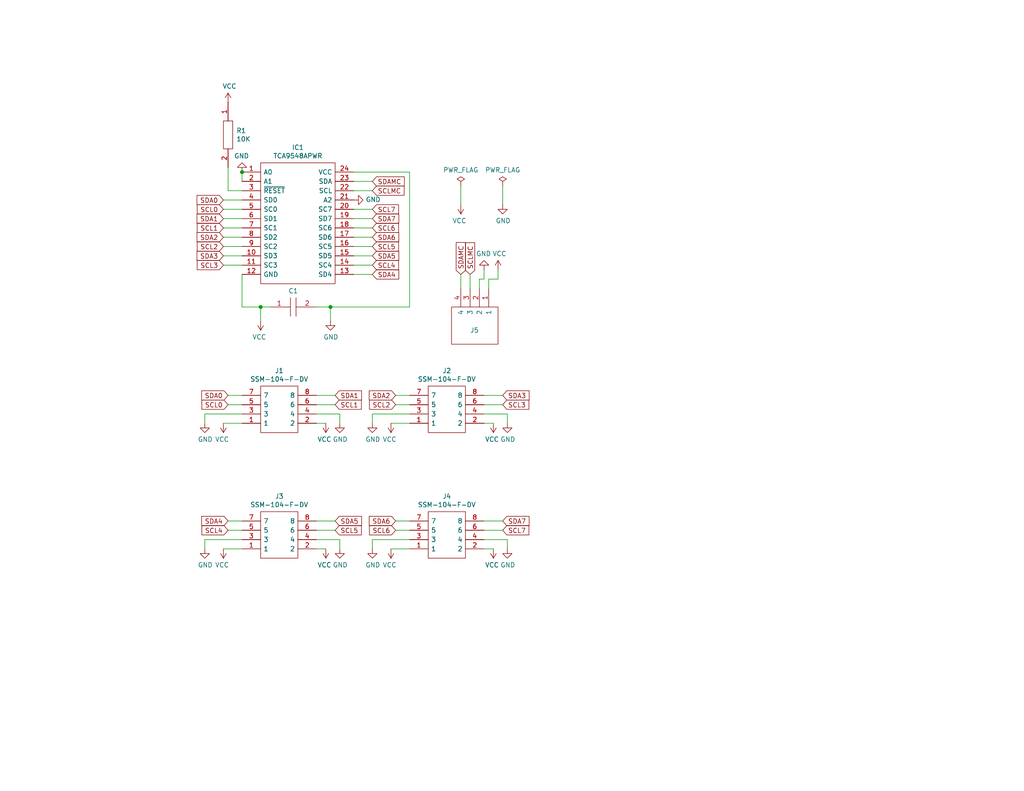
<source format=kicad_sch>
(kicad_sch (version 20211123) (generator eeschema)
  (paper "A")
  (title_block (title "SpecPeripheral I2C Bus Board") (date "2020-09-20") (rev "A") (company "Binomica Labs"))
  (lib_symbols
    (symbol "SamacSys_Parts:GRM31CR70J106KA01L" (pin_names (offset 0.762))
      (property "Reference" "C" (at 8.89 6.35 0))
      (property "Value" "SamacSys_Parts_GRM31CR70J106KA01L" (at 8.89 3.81 0))
      (symbol "GRM31CR70J106KA01L_0_0"
        (pin passive line (at 0 0 0) (length 5.08) (name "~") (number "1"))
        (pin passive line (at 12.7 0 180) (length 5.08) (name "~") (number "2"))
      )
      (symbol "GRM31CR70J106KA01L_0_1"
        (polyline (pts (xy 5.08 0) (xy 5.588 0)) (stroke (width 0.1524)))
        (polyline (pts (xy 5.588 2.54) (xy 5.588 -2.54)) (stroke (width 0.1524)))
        (polyline (pts (xy 7.112 0) (xy 7.62 0)) (stroke (width 0.1524)))
        (polyline (pts (xy 7.112 2.54) (xy 7.112 -2.54)) (stroke (width 0.1524)))
      )
    )
    (symbol "SamacSys_Parts:M20-7910442R" (pin_names (offset 0.762))
      (property "Reference" "J" (at 16.51 7.62 0))
      (property "Value" "SamacSys_Parts_M20-7910442R" (at 16.51 5.08 0))
      (symbol "M20-7910442R_0_0"
        (pin passive line (at 0 0 0) (length 5.08) (name "1") (number "1"))
        (pin passive line (at 0 -2.54 0) (length 5.08) (name "2") (number "2"))
        (pin passive line (at 0 -5.08 0) (length 5.08) (name "3") (number "3"))
        (pin passive line (at 0 -7.62 0) (length 5.08) (name "4") (number "4"))
      )
      (symbol "M20-7910442R_0_1"
        (polyline (pts (xy 5.08 2.54) (xy 15.24 2.54) (xy 15.24 -10.16) (xy 5.08 -10.16) (xy 5.08 2.54)) (stroke (width 0.1524)))
      )
    )
    (symbol "SamacSys_Parts:RC1206FR-0710KL" (pin_names (offset 0.762))
      (property "Reference" "R" (at 13.97 6.35 0))
      (property "Value" "SamacSys_Parts_RC1206FR-0710KL" (at 13.97 3.81 0))
      (symbol "RC1206FR-0710KL_0_0"
        (pin passive line (at 0 0 0) (length 5.08) (name "~") (number "1"))
        (pin passive line (at 17.78 0 180) (length 5.08) (name "~") (number "2"))
      )
      (symbol "RC1206FR-0710KL_0_1"
        (polyline (pts (xy 5.08 1.27) (xy 12.7 1.27) (xy 12.7 -1.27) (xy 5.08 -1.27) (xy 5.08 1.27)) (stroke (width 0.1524)))
      )
    )
    (symbol "SamacSys_Parts:SSM-104-F-DV" (pin_names (offset 0.762))
      (property "Reference" "J" (at 16.51 7.62 0))
      (property "Value" "SSM-104-F-DV" (at 16.51 5.08 0))
      (symbol "SSM-104-F-DV_0_0"
        (pin passive line (at 0 -7.62 0) (length 5.08) (name "1") (number "1"))
        (pin passive line (at 20.32 -7.62 180) (length 5.08) (name "2") (number "2"))
        (pin passive line (at 0 -5.08 0) (length 5.08) (name "3") (number "3"))
        (pin passive line (at 20.32 -5.08 180) (length 5.08) (name "4") (number "4"))
        (pin passive line (at 0 -2.54 0) (length 5.08) (name "5") (number "5"))
        (pin passive line (at 20.32 -2.54 180) (length 5.08) (name "6") (number "6"))
        (pin passive line (at 0 0 0) (length 5.08) (name "7") (number "7"))
        (pin passive line (at 20.32 0 180) (length 5.08) (name "8") (number "8"))
      )
      (symbol "SSM-104-F-DV_0_1"
        (polyline (pts (xy 5.08 2.54) (xy 15.24 2.54) (xy 15.24 -10.16) (xy 5.08 -10.16) (xy 5.08 2.54)) (stroke (width 0.1524)))
      )
    )
    (symbol "SamacSys_Parts:TCA9548APWR" (pin_names (offset 0.762))
      (property "Reference" "IC" (at 26.67 7.62 0))
      (property "Value" "SamacSys_Parts_TCA9548APWR" (at 26.67 5.08 0))
      (symbol "TCA9548APWR_0_0"
        (pin passive line (at 0 0 0) (length 5.08) (name "A0") (number "1"))
        (pin passive line (at 0 -22.86 0) (length 5.08) (name "SD3") (number "10"))
        (pin passive line (at 0 -25.4 0) (length 5.08) (name "SC3") (number "11"))
        (pin passive line (at 0 -27.94 0) (length 5.08) (name "GND") (number "12"))
        (pin passive line (at 30.48 -27.94 180) (length 5.08) (name "SD4") (number "13"))
        (pin passive line (at 30.48 -25.4 180) (length 5.08) (name "SC4") (number "14"))
        (pin passive line (at 30.48 -22.86 180) (length 5.08) (name "SD5") (number "15"))
        (pin passive line (at 30.48 -20.32 180) (length 5.08) (name "SC5") (number "16"))
        (pin passive line (at 30.48 -17.78 180) (length 5.08) (name "SD6") (number "17"))
        (pin passive line (at 30.48 -15.24 180) (length 5.08) (name "SC6") (number "18"))
        (pin passive line (at 30.48 -12.7 180) (length 5.08) (name "SD7") (number "19"))
        (pin passive line (at 0 -2.54 0) (length 5.08) (name "A1") (number "2"))
        (pin passive line (at 30.48 -10.16 180) (length 5.08) (name "SC7") (number "20"))
        (pin passive line (at 30.48 -7.62 180) (length 5.08) (name "A2") (number "21"))
        (pin passive line (at 30.48 -5.08 180) (length 5.08) (name "SCL") (number "22"))
        (pin passive line (at 30.48 -2.54 180) (length 5.08) (name "SDA") (number "23"))
        (pin passive line (at 30.48 0 180) (length 5.08) (name "VCC") (number "24"))
        (pin passive line (at 0 -5.08 0) (length 5.08) (name "~{RESET}") (number "3"))
        (pin passive line (at 0 -7.62 0) (length 5.08) (name "SD0") (number "4"))
        (pin passive line (at 0 -10.16 0) (length 5.08) (name "SC0") (number "5"))
        (pin passive line (at 0 -12.7 0) (length 5.08) (name "SD1") (number "6"))
        (pin passive line (at 0 -15.24 0) (length 5.08) (name "SC1") (number "7"))
        (pin passive line (at 0 -17.78 0) (length 5.08) (name "SD2") (number "8"))
        (pin passive line (at 0 -20.32 0) (length 5.08) (name "SC2") (number "9"))
      )
      (symbol "TCA9548APWR_0_1"
        (polyline (pts (xy 5.08 2.54) (xy 25.4 2.54) (xy 25.4 -30.48) (xy 5.08 -30.48) (xy 5.08 2.54)) (stroke (width 0.1524)))
      )
    )
    (symbol "power:GND" (power) (pin_names (offset 0))
      (property "Value" "GND" (at 0 -3.81 0))
      (symbol "GND_0_1"
        (polyline (pts (xy 0 0) (xy 0 -1.27) (xy 1.27 -1.27) (xy 0 -2.54) (xy -1.27 -1.27) (xy 0 -1.27)))
      )
      (symbol "GND_1_1"
        (pin power_in line (at 0 0 270) (length 0) hide (name "GND") (number "1"))
      )
    )
    (symbol "power:PWR_FLAG" (power) (pin_numbers hide) (pin_names (offset 0) hide)
      (property "Value" "PWR_FLAG" (at 0 3.81 0))
      (symbol "PWR_FLAG_0_0"
        (pin power_out line (at 0 0 90) (length 0) (name "pwr") (number "1"))
      )
      (symbol "PWR_FLAG_0_1"
        (polyline (pts (xy 0 0) (xy 0 1.27) (xy -1.016 1.905) (xy 0 2.54) (xy 1.016 1.905) (xy 0 1.27)))
      )
    )
    (symbol "power:VCC" (power) (pin_names (offset 0))
      (property "Value" "VCC" (at 0 3.81 0))
      (symbol "VCC_0_1"
        (polyline (pts (xy -0.762 1.27) (xy 0 2.54)))
        (polyline (pts (xy 0 0) (xy 0 2.54)))
        (polyline (pts (xy 0 2.54) (xy 0.762 1.27)))
      )
      (symbol "VCC_1_1"
        (pin power_in line (at 0 0 90) (length 0) hide (name "VCC") (number "1"))
      )
    )
  )
  (junction (at 71.12 83.82))
  (junction (at 66.04 46.99))
  (junction (at 90.17 83.82))
  (wire (pts (xy 101.6 64.77) (xy 96.52 64.77)))
  (wire (pts (xy 101.6 113.03) (xy 111.76 113.03)))
  (wire (pts (xy 101.6 72.39) (xy 96.52 72.39)))
  (wire (pts (xy 137.16 142.24) (xy 132.08 142.24)))
  (wire (pts (xy 137.16 107.95) (xy 132.08 107.95)))
  (wire (pts (xy 125.73 50.8) (xy 125.73 55.88)))
  (wire (pts (xy 60.96 59.69) (xy 66.04 59.69)))
  (wire (pts (xy 91.44 144.78) (xy 86.36 144.78)))
  (wire (pts (xy 130.81 78.74) (xy 130.81 76.2)))
  (wire (pts (xy 128.27 74.93) (xy 128.27 78.74)))
  (wire (pts (xy 66.04 149.86) (xy 60.96 149.86)))
  (wire (pts (xy 91.44 110.49) (xy 86.36 110.49)))
  (wire (pts (xy 111.76 83.82) (xy 90.17 83.82)))
  (wire (pts (xy 125.73 74.93) (xy 125.73 78.74)))
  (wire (pts (xy 71.12 83.82) (xy 73.66 83.82)))
  (wire (pts (xy 134.62 149.86) (xy 132.08 149.86)))
  (wire (pts (xy 60.96 69.85) (xy 66.04 69.85)))
  (wire (pts (xy 111.76 149.86) (xy 106.68 149.86)))
  (wire (pts (xy 101.6 149.86) (xy 101.6 147.32)))
  (wire (pts (xy 66.04 49.53) (xy 66.04 46.99)))
  (wire (pts (xy 55.88 113.03) (xy 66.04 113.03)))
  (wire (pts (xy 137.16 50.8) (xy 137.16 55.88)))
  (wire (pts (xy 62.23 52.07) (xy 62.23 45.72)))
  (wire (pts (xy 111.76 144.78) (xy 107.95 144.78)))
  (wire (pts (xy 101.6 67.31) (xy 96.52 67.31)))
  (wire (pts (xy 132.08 147.32) (xy 138.43 147.32)))
  (wire (pts (xy 55.88 115.57) (xy 55.88 113.03)))
  (wire (pts (xy 111.76 46.99) (xy 111.76 83.82)))
  (wire (pts (xy 111.76 142.24) (xy 107.95 142.24)))
  (wire (pts (xy 66.04 142.24) (xy 62.23 142.24)))
  (wire (pts (xy 66.04 107.95) (xy 62.23 107.95)))
  (wire (pts (xy 96.52 49.53) (xy 101.6 49.53)))
  (wire (pts (xy 66.04 54.61) (xy 60.96 54.61)))
  (wire (pts (xy 135.89 76.2) (xy 133.35 76.2)))
  (wire (pts (xy 101.6 59.69) (xy 96.52 59.69)))
  (wire (pts (xy 66.04 144.78) (xy 62.23 144.78)))
  (wire (pts (xy 132.08 113.03) (xy 138.43 113.03)))
  (wire (pts (xy 137.16 110.49) (xy 132.08 110.49)))
  (wire (pts (xy 96.52 57.15) (xy 101.6 57.15)))
  (wire (pts (xy 86.36 147.32) (xy 92.71 147.32)))
  (wire (pts (xy 55.88 147.32) (xy 66.04 147.32)))
  (wire (pts (xy 60.96 62.23) (xy 66.04 62.23)))
  (wire (pts (xy 62.23 52.07) (xy 66.04 52.07)))
  (wire (pts (xy 137.16 144.78) (xy 132.08 144.78)))
  (wire (pts (xy 130.81 76.2) (xy 132.08 76.2)))
  (wire (pts (xy 86.36 113.03) (xy 92.71 113.03)))
  (wire (pts (xy 88.9 149.86) (xy 86.36 149.86)))
  (wire (pts (xy 111.76 110.49) (xy 107.95 110.49)))
  (wire (pts (xy 60.96 72.39) (xy 66.04 72.39)))
  (wire (pts (xy 138.43 147.32) (xy 138.43 149.86)))
  (wire (pts (xy 138.43 113.03) (xy 138.43 115.57)))
  (wire (pts (xy 96.52 46.99) (xy 111.76 46.99)))
  (wire (pts (xy 96.52 69.85) (xy 101.6 69.85)))
  (wire (pts (xy 60.96 57.15) (xy 66.04 57.15)))
  (wire (pts (xy 60.96 64.77) (xy 66.04 64.77)))
  (wire (pts (xy 92.71 147.32) (xy 92.71 149.86)))
  (wire (pts (xy 90.17 83.82) (xy 86.36 83.82)))
  (wire (pts (xy 96.52 52.07) (xy 101.6 52.07)))
  (wire (pts (xy 88.9 115.57) (xy 86.36 115.57)))
  (wire (pts (xy 66.04 110.49) (xy 62.23 110.49)))
  (wire (pts (xy 71.12 83.82) (xy 71.12 87.63)))
  (wire (pts (xy 101.6 62.23) (xy 96.52 62.23)))
  (wire (pts (xy 101.6 115.57) (xy 101.6 113.03)))
  (wire (pts (xy 111.76 107.95) (xy 107.95 107.95)))
  (wire (pts (xy 111.76 115.57) (xy 106.68 115.57)))
  (wire (pts (xy 101.6 147.32) (xy 111.76 147.32)))
  (wire (pts (xy 66.04 115.57) (xy 60.96 115.57)))
  (wire (pts (xy 55.88 149.86) (xy 55.88 147.32)))
  (wire (pts (xy 101.6 74.93) (xy 96.52 74.93)))
  (wire (pts (xy 90.17 83.82) (xy 90.17 87.63)))
  (wire (pts (xy 92.71 113.03) (xy 92.71 115.57)))
  (wire (pts (xy 66.04 74.93) (xy 66.04 83.82)))
  (wire (pts (xy 132.08 76.2) (xy 132.08 73.66)))
  (wire (pts (xy 135.89 73.66) (xy 135.89 76.2)))
  (wire (pts (xy 133.35 76.2) (xy 133.35 78.74)))
  (wire (pts (xy 134.62 115.57) (xy 132.08 115.57)))
  (wire (pts (xy 91.44 107.95) (xy 86.36 107.95)))
  (wire (pts (xy 60.96 67.31) (xy 66.04 67.31)))
  (wire (pts (xy 91.44 142.24) (xy 86.36 142.24)))
  (wire (pts (xy 66.04 83.82) (xy 71.12 83.82)))
  (global_label "SDA0" (shape input) (at 60.96 54.61 180) (property "Intersheet References" "${INTERSHEET_REFS}" (effects hide)))
  (global_label "SCL5" (shape input) (at 101.6 67.31 0) (property "Intersheet References" "${INTERSHEET_REFS}" (effects hide)))
  (global_label "SCL0" (shape input) (at 60.96 57.15 180) (property "Intersheet References" "${INTERSHEET_REFS}" (effects hide)))
  (global_label "SCL0" (shape input) (at 62.23 110.49 180) (property "Intersheet References" "${INTERSHEET_REFS}" (effects hide)))
  (global_label "SDA7" (shape input) (at 137.16 142.24 0) (property "Intersheet References" "${INTERSHEET_REFS}" (effects hide)))
  (global_label "SDA4" (shape input) (at 101.6 74.93 0) (property "Intersheet References" "${INTERSHEET_REFS}" (effects hide)))
  (global_label "SCL5" (shape input) (at 91.44 144.78 0) (property "Intersheet References" "${INTERSHEET_REFS}" (effects hide)))
  (global_label "SDA6" (shape input) (at 107.95 142.24 180) (property "Intersheet References" "${INTERSHEET_REFS}" (effects hide)))
  (global_label "SDA4" (shape input) (at 62.23 142.24 180) (property "Intersheet References" "${INTERSHEET_REFS}" (effects hide)))
  (global_label "SDAMC" (shape input) (at 125.73 74.93 90) (property "Intersheet References" "${INTERSHEET_REFS}" (effects hide)))
  (global_label "SDA3" (shape input) (at 60.96 69.85 180) (property "Intersheet References" "${INTERSHEET_REFS}" (effects hide)))
  (global_label "SCLMC" (shape input) (at 101.6 52.07 0) (property "Intersheet References" "${INTERSHEET_REFS}" (effects hide)))
  (global_label "SDA1" (shape input) (at 91.44 107.95 0) (property "Intersheet References" "${INTERSHEET_REFS}" (effects hide)))
  (global_label "SDA3" (shape input) (at 137.16 107.95 0) (property "Intersheet References" "${INTERSHEET_REFS}" (effects hide)))
  (global_label "SCL2" (shape input) (at 60.96 67.31 180) (property "Intersheet References" "${INTERSHEET_REFS}" (effects hide)))
  (global_label "SCLMC" (shape input) (at 128.27 74.93 90) (property "Intersheet References" "${INTERSHEET_REFS}" (effects hide)))
  (global_label "SDA7" (shape input) (at 101.6 59.69 0) (property "Intersheet References" "${INTERSHEET_REFS}" (effects hide)))
  (global_label "SCL6" (shape input) (at 101.6 62.23 0) (property "Intersheet References" "${INTERSHEET_REFS}" (effects hide)))
  (global_label "SDA6" (shape input) (at 101.6 64.77 0) (property "Intersheet References" "${INTERSHEET_REFS}" (effects hide)))
  (global_label "SCL1" (shape input) (at 91.44 110.49 0) (property "Intersheet References" "${INTERSHEET_REFS}" (effects hide)))
  (global_label "SCL2" (shape input) (at 107.95 110.49 180) (property "Intersheet References" "${INTERSHEET_REFS}" (effects hide)))
  (global_label "SCL4" (shape input) (at 62.23 144.78 180) (property "Intersheet References" "${INTERSHEET_REFS}" (effects hide)))
  (global_label "SCL7" (shape input) (at 137.16 144.78 0) (property "Intersheet References" "${INTERSHEET_REFS}" (effects hide)))
  (global_label "SCL7" (shape input) (at 101.6 57.15 0) (property "Intersheet References" "${INTERSHEET_REFS}" (effects hide)))
  (global_label "SDAMC" (shape input) (at 101.6 49.53 0) (property "Intersheet References" "${INTERSHEET_REFS}" (effects hide)))
  (global_label "SDA1" (shape input) (at 60.96 59.69 180) (property "Intersheet References" "${INTERSHEET_REFS}" (effects hide)))
  (global_label "SDA0" (shape input) (at 62.23 107.95 180) (property "Intersheet References" "${INTERSHEET_REFS}" (effects hide)))
  (global_label "SCL3" (shape input) (at 60.96 72.39 180) (property "Intersheet References" "${INTERSHEET_REFS}" (effects hide)))
  (global_label "SCL4" (shape input) (at 101.6 72.39 0) (property "Intersheet References" "${INTERSHEET_REFS}" (effects hide)))
  (global_label "SCL3" (shape input) (at 137.16 110.49 0) (property "Intersheet References" "${INTERSHEET_REFS}" (effects hide)))
  (global_label "SDA2" (shape input) (at 107.95 107.95 180) (property "Intersheet References" "${INTERSHEET_REFS}" (effects hide)))
  (global_label "SDA2" (shape input) (at 60.96 64.77 180) (property "Intersheet References" "${INTERSHEET_REFS}" (effects hide)))
  (global_label "SDA5" (shape input) (at 91.44 142.24 0) (property "Intersheet References" "${INTERSHEET_REFS}" (effects hide)))
  (global_label "SDA5" (shape input) (at 101.6 69.85 0) (property "Intersheet References" "${INTERSHEET_REFS}" (effects hide)))
  (global_label "SCL6" (shape input) (at 107.95 144.78 180) (property "Intersheet References" "${INTERSHEET_REFS}" (effects hide)))
  (global_label "SCL1" (shape input) (at 60.96 62.23 180) (property "Intersheet References" "${INTERSHEET_REFS}" (effects hide)))
  (symbol (lib_id "power:GND") (at 137.16 55.88 0) (unit 1)
    (property "Reference" "#PWR0102" (effects hide))
    (property "Value" "GND" (at 137.287 60.2742 0))
  )
  (symbol (lib_id "power:PWR_FLAG") (at 137.16 50.8 0) (unit 1)
    (property "Reference" "#FLG0101" (effects hide))
    (property "Value" "PWR_FLAG" (at 137.16 46.4058 0))
  )
  (symbol (lib_id "power:PWR_FLAG") (at 125.73 50.8 0) (unit 1)
    (property "Reference" "#FLG0102" (effects hide))
    (property "Value" "PWR_FLAG" (at 125.73 46.4058 0))
  )
  (symbol (lib_id "power:GND") (at 55.88 115.57 0) (unit 1)
    (property "Reference" "#PWR0108" (effects hide))
    (property "Value" "GND" (at 56.007 119.9642 0))
  )
  (symbol (lib_id "SamacSys_Parts:SSM-104-F-DV") (at 66.04 107.95 0) (unit 1)
    (property "Reference" "J1" (at 76.2 101.219 0))
    (property "Value" "SSM-104-F-DV" (at 76.2 103.5304 0))
    (property "Footprint" "SSM-104-XXX-DV" (effects hide))
    (property "Datasheet" "http://suddendocs.samtec.com/prints/ssm-1xx-xxx-dv-xx-xx-xxx-xx-mkt.pdf" (effects hide))
    (property "Description" "8 Position, Dual Row, Surface Mount PCB Socket Strip, 0.100&quot; pitch" (effects hide))
    (property "Manufacturer_Name" "SAMTEC" (effects hide))
    (property "Manufacturer_Part_Number" "SSM-104-F-DV" (effects hide))
    (property "Arrow Part Number" "SSM-104-F-DV" (effects hide))
    (property "Mouser Part Number" "200-SSM104FDV" (effects hide))
    (property "Mouser Price/Stock" "https://www.mouser.co.uk/ProductDetail/Samtec/SSM-104-F-DV?qs=rU5fayqh%252BE1VcPc15WZEOQ%3D%3D" (effects hide))
  )
  (symbol (lib_id "SamacSys_Parts:SSM-104-F-DV") (at 66.04 142.24 0) (unit 1)
    (property "Reference" "J3" (at 76.2 135.509 0))
    (property "Value" "SSM-104-F-DV" (at 76.2 137.8204 0))
    (property "Footprint" "SSM-104-XXX-DV" (effects hide))
    (property "Datasheet" "http://suddendocs.samtec.com/prints/ssm-1xx-xxx-dv-xx-xx-xxx-xx-mkt.pdf" (effects hide))
    (property "Description" "8 Position, Dual Row, Surface Mount PCB Socket Strip, 0.100&quot; pitch" (effects hide))
    (property "Manufacturer_Name" "SAMTEC" (effects hide))
    (property "Manufacturer_Part_Number" "SSM-104-F-DV" (effects hide))
    (property "Arrow Part Number" "SSM-104-F-DV" (effects hide))
    (property "Mouser Part Number" "200-SSM104FDV" (effects hide))
    (property "Mouser Price/Stock" "https://www.mouser.co.uk/ProductDetail/Samtec/SSM-104-F-DV?qs=rU5fayqh%252BE1VcPc15WZEOQ%3D%3D" (effects hide))
  )
  (symbol (lib_id "SamacSys_Parts:SSM-104-F-DV") (at 111.76 107.95 0) (unit 1)
    (property "Reference" "J2" (at 121.92 101.219 0))
    (property "Value" "SSM-104-F-DV" (at 121.92 103.5304 0))
    (property "Footprint" "SSM-104-XXX-DV" (effects hide))
    (property "Datasheet" "http://suddendocs.samtec.com/prints/ssm-1xx-xxx-dv-xx-xx-xxx-xx-mkt.pdf" (effects hide))
    (property "Description" "8 Position, Dual Row, Surface Mount PCB Socket Strip, 0.100&quot; pitch" (effects hide))
    (property "Manufacturer_Name" "SAMTEC" (effects hide))
    (property "Manufacturer_Part_Number" "SSM-104-F-DV" (effects hide))
    (property "Arrow Part Number" "SSM-104-F-DV" (effects hide))
    (property "Mouser Part Number" "200-SSM104FDV" (effects hide))
    (property "Mouser Price/Stock" "https://www.mouser.co.uk/ProductDetail/Samtec/SSM-104-F-DV?qs=rU5fayqh%252BE1VcPc15WZEOQ%3D%3D" (effects hide))
  )
  (symbol (lib_id "SamacSys_Parts:SSM-104-F-DV") (at 111.76 142.24 0) (unit 1)
    (property "Reference" "J4" (at 121.92 135.509 0))
    (property "Value" "SSM-104-F-DV" (at 121.92 137.8204 0))
    (property "Footprint" "SSM-104-XXX-DV" (effects hide))
    (property "Datasheet" "http://suddendocs.samtec.com/prints/ssm-1xx-xxx-dv-xx-xx-xxx-xx-mkt.pdf" (effects hide))
    (property "Description" "8 Position, Dual Row, Surface Mount PCB Socket Strip, 0.100&quot; pitch" (effects hide))
    (property "Manufacturer_Name" "SAMTEC" (effects hide))
    (property "Manufacturer_Part_Number" "SSM-104-F-DV" (effects hide))
    (property "Arrow Part Number" "SSM-104-F-DV" (effects hide))
    (property "Mouser Part Number" "200-SSM104FDV" (effects hide))
    (property "Mouser Price/Stock" "https://www.mouser.co.uk/ProductDetail/Samtec/SSM-104-F-DV?qs=rU5fayqh%252BE1VcPc15WZEOQ%3D%3D" (effects hide))
  )
  (symbol (lib_id "SamacSys_Parts:TCA9548APWR") (at 66.04 46.99 0) (unit 1)
    (property "Reference" "IC1" (at 81.28 40.259 0))
    (property "Value" "TCA9548APWR" (at 81.28 42.5704 0))
    (property "Footprint" "BinomicaLabs:TCA9548APWR" (effects hide))
    (property "Datasheet" "http://www.ti.com/lit/ds/symlink/tca9548a.pdf" (effects hide))
    (property "Description" "TEXAS INSTRUMENTS - TCA9548APWR - I2C SWITCH W/ RESET, 8-CH, TSSOP-24" (effects hide))
    (property "Height" "1.2" (effects hide))
    (property "Manufacturer_Name" "Texas Instruments" (effects hide))
    (property "Manufacturer_Part_Number" "TCA9548APWR" (effects hide))
    (property "Arrow Part Number" "TCA9548APWR" (effects hide))
    (property "Arrow Price/Stock" "https://www.arrow.com/en/products/tca9548apwr/texas-instruments" (effects hide))
    (property "Mouser Part Number" "595-TCA9548APWR" (effects hide))
    (property "Mouser Price/Stock" "https://www.mouser.co.uk/ProductDetail/Texas-Instruments/TCA9548APWR?qs=iFaFN7AS2WF%252BqSiJMbdYwQ%3D%3D" (effects hide))
  )
  (symbol (lib_id "power:GND") (at 90.17 87.63 0) (unit 1)
    (property "Reference" "#PWR0105" (effects hide))
    (property "Value" "GND" (at 90.297 92.0242 0))
  )
  (symbol (lib_id "power:VCC") (at 62.23 27.94 0) (unit 1)
    (property "Reference" "#PWR0101" (effects hide))
    (property "Value" "VCC" (at 62.611 23.5458 0))
  )
  (symbol (lib_id "power:VCC") (at 71.12 87.63 180) (unit 1)
    (property "Reference" "#PWR0103" (effects hide))
    (property "Value" "VCC" (at 70.739 92.0242 0))
  )
  (symbol (lib_id "power:VCC") (at 60.96 115.57 180) (unit 1)
    (property "Reference" "#PWR0106" (effects hide))
    (property "Value" "VCC" (at 60.579 119.9642 0))
  )
  (symbol (lib_id "power:VCC") (at 125.73 55.88 180) (unit 1)
    (property "Reference" "#PWR0107" (effects hide))
    (property "Value" "VCC" (at 125.349 60.2742 0))
  )
  (symbol (lib_id "power:VCC") (at 135.89 73.66 0) (unit 1)
    (property "Reference" "#PWR0109" (effects hide))
    (property "Value" "VCC" (at 136.271 69.2658 0))
  )
  (symbol (lib_id "power:GND") (at 132.08 73.66 180) (unit 1)
    (property "Reference" "#PWR0110" (effects hide))
    (property "Value" "GND" (at 131.953 69.2658 0))
  )
  (symbol (lib_id "power:VCC") (at 88.9 115.57 180) (unit 1)
    (property "Reference" "#PWR0111" (effects hide))
    (property "Value" "VCC" (at 88.519 119.9642 0))
  )
  (symbol (lib_id "power:GND") (at 92.71 115.57 0) (unit 1)
    (property "Reference" "#PWR0112" (effects hide))
    (property "Value" "GND" (at 92.837 119.9642 0))
  )
  (symbol (lib_id "power:GND") (at 55.88 149.86 0) (unit 1)
    (property "Reference" "#PWR0104" (effects hide))
    (property "Value" "GND" (at 56.007 154.2542 0))
  )
  (symbol (lib_id "power:VCC") (at 60.96 149.86 180) (unit 1)
    (property "Reference" "#PWR0113" (effects hide))
    (property "Value" "VCC" (at 60.579 154.2542 0))
  )
  (symbol (lib_id "power:GND") (at 101.6 149.86 0) (unit 1)
    (property "Reference" "#PWR0114" (effects hide))
    (property "Value" "GND" (at 101.727 154.2542 0))
  )
  (symbol (lib_id "power:VCC") (at 106.68 149.86 180) (unit 1)
    (property "Reference" "#PWR0115" (effects hide))
    (property "Value" "VCC" (at 106.299 154.2542 0))
  )
  (symbol (lib_id "power:GND") (at 101.6 115.57 0) (unit 1)
    (property "Reference" "#PWR0116" (effects hide))
    (property "Value" "GND" (at 101.727 119.9642 0))
  )
  (symbol (lib_id "power:VCC") (at 106.68 115.57 180) (unit 1)
    (property "Reference" "#PWR0117" (effects hide))
    (property "Value" "VCC" (at 106.299 119.9642 0))
  )
  (symbol (lib_id "power:VCC") (at 134.62 115.57 180) (unit 1)
    (property "Reference" "#PWR0118" (effects hide))
    (property "Value" "VCC" (at 134.239 119.9642 0))
  )
  (symbol (lib_id "power:GND") (at 138.43 115.57 0) (unit 1)
    (property "Reference" "#PWR0119" (effects hide))
    (property "Value" "GND" (at 138.557 119.9642 0))
  )
  (symbol (lib_id "power:VCC") (at 134.62 149.86 180) (unit 1)
    (property "Reference" "#PWR0120" (effects hide))
    (property "Value" "VCC" (at 134.239 154.2542 0))
  )
  (symbol (lib_id "power:GND") (at 138.43 149.86 0) (unit 1)
    (property "Reference" "#PWR0121" (effects hide))
    (property "Value" "GND" (at 138.557 154.2542 0))
  )
  (symbol (lib_id "power:VCC") (at 88.9 149.86 180) (unit 1)
    (property "Reference" "#PWR0122" (effects hide))
    (property "Value" "VCC" (at 88.519 154.2542 0))
  )
  (symbol (lib_id "power:GND") (at 92.71 149.86 0) (unit 1)
    (property "Reference" "#PWR0123" (effects hide))
    (property "Value" "GND" (at 92.837 154.2542 0))
  )
  (symbol (lib_id "SamacSys_Parts:RC1206FR-0710KL") (at 62.23 27.94 270) (unit 1)
    (property "Reference" "R1" (at 64.4652 35.6616 90) (effects (justify left)))
    (property "Value" "10K" (at 64.4652 37.973 90) (effects (justify left)))
    (property "Footprint" "RESC3116X65N" (effects hide))
    (property "Datasheet" "https://www.sos.sk/productdata/35/10/4/35104/RC1206.pdf" (effects hide))
    (property "Description" "GENERAL PURPOSE CHIP RESISTORS" (effects hide))
    (property "Height" "0.65" (effects hide))
    (property "Manufacturer_Name" "YAGEO (PHYCOMP)" (effects hide))
    (property "Manufacturer_Part_Number" "RC1206FR-0710KL" (effects hide))
    (property "Arrow Part Number" "RC1206FR-0710KL" (effects hide))
    (property "Arrow Price/Stock" "https://www.arrow.com/en/products/rc1206fr-0710kl/yageo" (effects hide))
    (property "Mouser Part Number" "603-RC1206FR-0710KL" (effects hide))
    (property "Mouser Price/Stock" "https://www.mouser.com/Search/Refine.aspx?Keyword=603-RC1206FR-0710KL" (effects hide))
  )
  (symbol (lib_id "SamacSys_Parts:GRM31CR70J106KA01L") (at 73.66 83.82 0) (unit 1)
    (property "Reference" "C1" (at 80.01 79.4258 0))
    (property "Value" "qw" (effects hide))
    (property "Footprint" "CAPC3216X180N" (effects hide))
    (property "Datasheet" "http://www.murata.com/~/media/webrenewal/support/library/catalog/products/capacitor/mlcc/c02e.pdf" (effects hide))
    (property "Description" "1206 X7R ceramic capacitor,10uF 6.3V Murata 1206 GRM 10uF Ceramic Multilayer Capacitor, 6.3 V dc, +125C, X7R Dielectric, +/-10% SMD" (effects hide))
    (property "Height" "1.8" (effects hide))
    (property "Manufacturer_Name" "Murata Electronics" (effects hide))
    (property "Manufacturer_Part_Number" "GRM31CR70J106KA01L" (effects hide))
    (property "Arrow Part Number" "GRM31CR70J106KA01L" (effects hide))
    (property "Arrow Price/Stock" "https://www.arrow.com/en/products/grm31cr70j106ka01l/murata-manufacturing" (effects hide))
    (property "Mouser Part Number" "81-GRM426X106K6.3L" (effects hide))
    (property "Mouser Price/Stock" "https://www.mouser.com/Search/Refine.aspx?Keyword=81-GRM426X106K6.3L" (effects hide))
  )
  (symbol (lib_id "SamacSys_Parts:M20-7910442R") (at 133.35 78.74 270) (unit 1)
    (property "Reference" "J5" (at 128.27 90.17 90) (effects (justify left)))
    (property "Value" "M20-7910442R" (effects hide))
    (property "Footprint" "M207910442R" (effects hide))
    (property "Datasheet" "https://cdn.harwin.com/pdfs/M20-791R.pdf" (effects hide))
    (property "Description" "Headers & Wire Housings 4 WAY SIL HORIZ SMT SKT T&R" (effects hide))
    (property "Height" "2.65" (effects hide))
    (property "Manufacturer_Name" "Harwin" (effects hide))
    (property "Manufacturer_Part_Number" "M20-7910442R" (effects hide))
    (property "Arrow Part Number" "M20-7910442R" (effects hide))
    (property "Mouser Part Number" "855-M20-7910442R" (effects hide))
    (property "Mouser Price/Stock" "https://www.mouser.co.uk/ProductDetail/Harwin/M20-7910442R?qs=k41KVqW3ymrGT4VqB8J8Xw%3D%3D" (effects hide))
  )
  (symbol (lib_id "power:GND") (at 66.04 46.99 180) (unit 1)
    (property "Reference" "#PWR0124" (effects hide))
    (property "Value" "GND" (at 65.913 42.5958 0))
  )
  (symbol (lib_id "power:GND") (at 96.52 54.61 90) (unit 1)
    (property "Reference" "#PWR0125" (effects hide))
    (property "Value" "GND" (at 99.7712 54.483 90) (effects (justify right)))
  )
)
</source>
